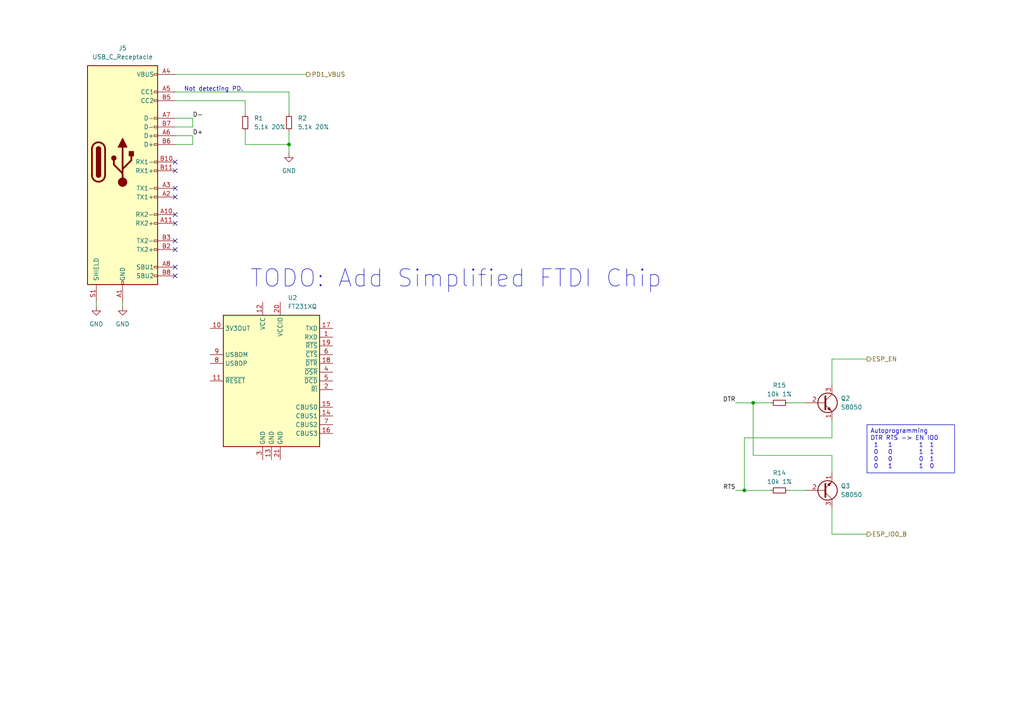
<source format=kicad_sch>
(kicad_sch (version 20230121) (generator eeschema)
  (paper "A4")
  (title_block (title "USB C / USB PD Programming") (date "2024-02-11") (rev "1.0") (company "Rose-Hulman Institute of Technology") (comment 1 "Author: Jake Armstrong"))
  (lib_symbols
    (symbol "Connector:USB_C_Receptacle" (pin_names (offset 1.016))
      (property "Reference" "J" (at -10.16 29.21 0))
      (property "Value" "USB_C_Receptacle" (at 10.16 29.21 0))
      (symbol "USB_C_Receptacle_0_0"
        (rectangle (start -0.254 -35.56) (end 0.254 -34.544))
        (rectangle (start 10.16 -32.766) (end 9.144 -33.274))
        (rectangle (start 10.16 -30.226) (end 9.144 -30.734))
        (rectangle (start 10.16 -25.146) (end 9.144 -25.654))
        (rectangle (start 10.16 -22.606) (end 9.144 -23.114))
        (rectangle (start 10.16 -17.526) (end 9.144 -18.034))
        (rectangle (start 10.16 -14.986) (end 9.144 -15.494))
        (rectangle (start 10.16 -9.906) (end 9.144 -10.414))
        (rectangle (start 10.16 -7.366) (end 9.144 -7.874))
        (rectangle (start 10.16 -2.286) (end 9.144 -2.794))
        (rectangle (start 10.16 0.254) (end 9.144 -0.254))
        (rectangle (start 10.16 5.334) (end 9.144 4.826))
        (rectangle (start 10.16 7.874) (end 9.144 7.366))
        (rectangle (start 10.16 10.414) (end 9.144 9.906))
        (rectangle (start 10.16 12.954) (end 9.144 12.446))
        (rectangle (start 10.16 18.034) (end 9.144 17.526))
        (rectangle (start 10.16 20.574) (end 9.144 20.066))
        (rectangle (start 10.16 25.654) (end 9.144 25.146))
      )
      (symbol "USB_C_Receptacle_0_1"
        (rectangle (start -10.16 27.94) (end 10.16 -35.56) (stroke (width 0.254)) (fill (type background)))
        (arc (start -8.89 -3.81) (mid -6.985 -5.7067) (end -5.08 -3.81) (stroke (width 0.508)))
        (arc (start -7.62 -3.81) (mid -6.985 -4.4423) (end -6.35 -3.81) (stroke (width 0.254)))
        (arc (start -7.62 -3.81) (mid -6.985 -4.4423) (end -6.35 -3.81) (stroke (width 0.254)) (fill (type outline)))
        (rectangle (start -7.62 -3.81) (end -6.35 3.81) (stroke (width 0.254)) (fill (type outline)))
        (arc (start -6.35 3.81) (mid -6.985 4.4423) (end -7.62 3.81) (stroke (width 0.254)))
        (arc (start -6.35 3.81) (mid -6.985 4.4423) (end -7.62 3.81) (stroke (width 0.254)) (fill (type outline)))
        (arc (start -5.08 3.81) (mid -6.985 5.7067) (end -8.89 3.81) (stroke (width 0.508)))
        (polyline (pts (xy -8.89 -3.81) (xy -8.89 3.81)) (stroke (width 0.508)))
        (polyline (pts (xy -5.08 3.81) (xy -5.08 -3.81)) (stroke (width 0.508)))
      )
      (symbol "USB_C_Receptacle_1_1"
        (circle (center -2.54 1.143) (radius 0.635) (stroke (width 0.254)) (fill (type outline)))
        (circle (center 0 -5.842) (radius 1.27) (fill (type outline)))
        (polyline (pts (xy 0 -5.842) (xy 0 4.318)) (stroke (width 0.508)))
        (polyline (pts (xy 0 -3.302) (xy -2.54 -0.762) (xy -2.54 0.508)) (stroke (width 0.508)))
        (polyline (pts (xy 0 -2.032) (xy 2.54 0.508) (xy 2.54 1.778)) (stroke (width 0.508)))
        (polyline (pts (xy -1.27 4.318) (xy 0 6.858) (xy 1.27 4.318) (xy -1.27 4.318)) (stroke (width 0.254)) (fill (type outline)))
        (rectangle (start 1.905 1.778) (end 3.175 3.048) (stroke (width 0.254)) (fill (type outline)))
        (pin passive line (at 0 -40.64 90) (length 5.08) (name "GND") (number "A1"))
        (pin bidirectional line (at 15.24 -15.24 180) (length 5.08) (name "RX2-") (number "A10"))
        (pin bidirectional line (at 15.24 -17.78 180) (length 5.08) (name "RX2+") (number "A11"))
        (pin passive line (at 0 -40.64 90) (length 5.08) hide (name "GND") (number "A12"))
        (pin bidirectional line (at 15.24 -10.16 180) (length 5.08) (name "TX1+") (number "A2"))
        (pin bidirectional line (at 15.24 -7.62 180) (length 5.08) (name "TX1-") (number "A3"))
        (pin passive line (at 15.24 25.4 180) (length 5.08) (name "VBUS") (number "A4"))
        (pin bidirectional line (at 15.24 20.32 180) (length 5.08) (name "CC1") (number "A5"))
        (pin bidirectional line (at 15.24 7.62 180) (length 5.08) (name "D+") (number "A6"))
        (pin bidirectional line (at 15.24 12.7 180) (length 5.08) (name "D-") (number "A7"))
        (pin bidirectional line (at 15.24 -30.48 180) (length 5.08) (name "SBU1") (number "A8"))
        (pin passive line (at 15.24 25.4 180) (length 5.08) hide (name "VBUS") (number "A9"))
        (pin passive line (at 0 -40.64 90) (length 5.08) hide (name "GND") (number "B1"))
        (pin bidirectional line (at 15.24 0 180) (length 5.08) (name "RX1-") (number "B10"))
        (pin bidirectional line (at 15.24 -2.54 180) (length 5.08) (name "RX1+") (number "B11"))
        (pin passive line (at 0 -40.64 90) (length 5.08) hide (name "GND") (number "B12"))
        (pin bidirectional line (at 15.24 -25.4 180) (length 5.08) (name "TX2+") (number "B2"))
        (pin bidirectional line (at 15.24 -22.86 180) (length 5.08) (name "TX2-") (number "B3"))
        (pin passive line (at 15.24 25.4 180) (length 5.08) hide (name "VBUS") (number "B4"))
        (pin bidirectional line (at 15.24 17.78 180) (length 5.08) (name "CC2") (number "B5"))
        (pin bidirectional line (at 15.24 5.08 180) (length 5.08) (name "D+") (number "B6"))
        (pin bidirectional line (at 15.24 10.16 180) (length 5.08) (name "D-") (number "B7"))
        (pin bidirectional line (at 15.24 -33.02 180) (length 5.08) (name "SBU2") (number "B8"))
        (pin passive line (at 15.24 25.4 180) (length 5.08) hide (name "VBUS") (number "B9"))
        (pin passive line (at -7.62 -40.64 90) (length 5.08) (name "SHIELD") (number "S1"))
      )
    )
    (symbol "Device:R_Small" (pin_numbers hide) (pin_names (offset 0.254) hide)
      (property "Reference" "R" (at 0.762 0.508 0))
      (property "Value" "R_Small" (at 0.762 -1.016 0))
      (symbol "R_Small_0_1"
        (rectangle (start -0.762 1.778) (end 0.762 -1.778) (stroke (width 0.2032)))
      )
      (symbol "R_Small_1_1"
        (pin passive line (at 0 2.54 270) (length 0.762) (name "~") (number "1"))
        (pin passive line (at 0 -2.54 90) (length 0.762) (name "~") (number "2"))
      )
    )
    (symbol "Interface_USB:FT231XQ"
      (property "Reference" "U" (at -13.97 20.32 0))
      (property "Value" "FT231XQ" (at 6.35 20.32 0))
      (symbol "FT231XQ_0_1"
        (rectangle (start -13.97 19.05) (end 13.97 -19.05) (stroke (width 0.254)) (fill (type background)))
      )
      (symbol "FT231XQ_1_1"
        (pin input line (at 17.78 12.7 180) (length 3.81) (name "RXD") (number "1"))
        (pin power_out line (at -17.78 15.24 0) (length 3.81) (name "3V3OUT") (number "10"))
        (pin input line (at -17.78 0 0) (length 3.81) (name "~{RESET}") (number "11"))
        (pin power_in line (at -2.54 22.86 270) (length 3.81) (name "VCC") (number "12"))
        (pin power_in line (at 0 -22.86 90) (length 3.81) (name "GND") (number "13"))
        (pin bidirectional line (at 17.78 -10.16 180) (length 3.81) (name "CBUS1") (number "14"))
        (pin bidirectional line (at 17.78 -7.62 180) (length 3.81) (name "CBUS0") (number "15"))
        (pin bidirectional line (at 17.78 -15.24 180) (length 3.81) (name "CBUS3") (number "16"))
        (pin output line (at 17.78 15.24 180) (length 3.81) (name "TXD") (number "17"))
        (pin output line (at 17.78 5.08 180) (length 3.81) (name "~{DTR}") (number "18"))
        (pin output line (at 17.78 10.16 180) (length 3.81) (name "~{RTS}") (number "19"))
        (pin input line (at 17.78 -2.54 180) (length 3.81) (name "~{RI}") (number "2"))
        (pin power_in line (at 2.54 22.86 270) (length 3.81) (name "VCCIO") (number "20"))
        (pin power_in line (at 2.54 -22.86 90) (length 3.81) (name "GND") (number "21"))
        (pin power_in line (at -2.54 -22.86 90) (length 3.81) (name "GND") (number "3"))
        (pin input line (at 17.78 2.54 180) (length 3.81) (name "~{DSR}") (number "4"))
        (pin input line (at 17.78 0 180) (length 3.81) (name "~{DCD}") (number "5"))
        (pin input line (at 17.78 7.62 180) (length 3.81) (name "~{CTS}") (number "6"))
        (pin bidirectional line (at 17.78 -12.7 180) (length 3.81) (name "CBUS2") (number "7"))
        (pin bidirectional line (at -17.78 5.08 0) (length 3.81) (name "USBDP") (number "8"))
        (pin bidirectional line (at -17.78 7.62 0) (length 3.81) (name "USBDM") (number "9"))
      )
    )
    (symbol "Transistor_BJT:S8050" (pin_names (offset 0) hide)
      (property "Reference" "Q" (at 5.08 1.905 0))
      (property "Value" "S8050" (at 5.08 0 0))
      (symbol "S8050_0_1"
        (polyline (pts (xy 0 0) (xy 0.635 0)))
        (polyline (pts (xy 0.635 0.635) (xy 2.54 2.54)))
        (polyline (pts (xy 0.635 -0.635) (xy 2.54 -2.54) (xy 2.54 -2.54)))
        (polyline (pts (xy 0.635 1.905) (xy 0.635 -1.905) (xy 0.635 -1.905)) (stroke (width 0.508)))
        (polyline (pts (xy 1.27 -1.778) (xy 1.778 -1.27) (xy 2.286 -2.286) (xy 1.27 -1.778) (xy 1.27 -1.778)) (fill (type outline)))
        (circle (center 1.27 0) (radius 2.8194) (stroke (width 0.254)))
      )
      (symbol "S8050_1_1"
        (pin passive line (at 2.54 -5.08 90) (length 2.54) (name "E") (number "1"))
        (pin input line (at -5.08 0 0) (length 5.08) (name "B") (number "2"))
        (pin passive line (at 2.54 5.08 270) (length 2.54) (name "C") (number "3"))
      )
    )
    (symbol "power:GND" (power) (pin_names (offset 0))
      (property "Value" "GND" (at 0 -3.81 0))
      (symbol "GND_0_1"
        (polyline (pts (xy 0 0) (xy 0 -1.27) (xy 1.27 -1.27) (xy 0 -2.54) (xy -1.27 -1.27) (xy 0 -1.27)))
      )
      (symbol "GND_1_1"
        (pin power_in line (at 0 0 270) (length 0) hide (name "GND") (number "1"))
      )
    )
  )
  (junction (at 83.82 41.91))
  (junction (at 215.9 142.24))
  (junction (at 218.44 116.84))
  (no_connect (at 50.8 72.39))
  (no_connect (at 50.8 64.77))
  (no_connect (at 50.8 49.53))
  (no_connect (at 50.8 69.85))
  (no_connect (at 50.8 57.15))
  (no_connect (at 50.8 46.99))
  (no_connect (at 50.8 62.23))
  (no_connect (at 50.8 54.61))
  (no_connect (at 50.8 77.47))
  (no_connect (at 50.8 80.01))
  (wire (pts (xy 35.56 87.63) (xy 35.56 88.9)))
  (wire (pts (xy 71.12 38.1) (xy 71.12 41.91)))
  (wire (pts (xy 251.46 154.94) (xy 241.3 154.94)))
  (wire (pts (xy 83.82 38.1) (xy 83.82 41.91)))
  (wire (pts (xy 83.82 41.91) (xy 83.82 44.45)))
  (wire (pts (xy 55.88 34.29) (xy 50.8 34.29)))
  (wire (pts (xy 215.9 127) (xy 241.3 127)))
  (wire (pts (xy 71.12 33.02) (xy 71.12 29.21)))
  (wire (pts (xy 71.12 41.91) (xy 83.82 41.91)))
  (wire (pts (xy 50.8 36.83) (xy 55.88 36.83)))
  (wire (pts (xy 50.8 21.59) (xy 88.9 21.59)))
  (wire (pts (xy 50.8 29.21) (xy 71.12 29.21)))
  (wire (pts (xy 55.88 34.29) (xy 55.88 36.83)))
  (wire (pts (xy 228.6 142.24) (xy 233.68 142.24)))
  (wire (pts (xy 50.8 41.91) (xy 55.88 41.91)))
  (wire (pts (xy 241.3 132.08) (xy 218.44 132.08)))
  (wire (pts (xy 241.3 111.76) (xy 241.3 104.14)))
  (wire (pts (xy 213.36 116.84) (xy 218.44 116.84)))
  (wire (pts (xy 218.44 132.08) (xy 218.44 116.84)))
  (wire (pts (xy 241.3 104.14) (xy 251.46 104.14)))
  (wire (pts (xy 83.82 26.67) (xy 83.82 33.02)))
  (wire (pts (xy 55.88 39.37) (xy 50.8 39.37)))
  (wire (pts (xy 55.88 39.37) (xy 55.88 41.91)))
  (wire (pts (xy 241.3 137.16) (xy 241.3 132.08)))
  (wire (pts (xy 50.8 26.67) (xy 83.82 26.67)))
  (wire (pts (xy 228.6 116.84) (xy 233.68 116.84)))
  (wire (pts (xy 213.36 142.24) (xy 215.9 142.24)))
  (wire (pts (xy 215.9 127) (xy 215.9 142.24)))
  (wire (pts (xy 241.3 154.94) (xy 241.3 147.32)))
  (wire (pts (xy 27.94 88.9) (xy 27.94 87.63)))
  (wire (pts (xy 241.3 121.92) (xy 241.3 127)))
  (wire (pts (xy 215.9 142.24) (xy 223.52 142.24)))
  (wire (pts (xy 218.44 116.84) (xy 223.52 116.84)))
  (text_box "Autoprogramming\nDTR RTS -> EN IO0\n 1   1        1  1\n 0   0        1  1\n 0   0        0  1\n 0   1        1  0" (at 251.46 123.19 0) (size 25.4 13.97) (effects (font (size 1.27 1.27)) (justify left top)))
  (text "TODO: Add Simplified FTDI Chip\n" (at 72.39 83.82 0) (effects (font (size 5 5)) (justify left bottom)))
  (text "Not detecting PD.\n" (at 53.34 26.67 0) (effects (font (size 1.27 1.27)) (justify left bottom)))
  (label "D+" (at 55.88 39.37 0))
  (label "RTS" (at 213.36 142.24 180))
  (label "D-" (at 55.88 34.29 0))
  (label "DTR" (at 213.36 116.84 180))
  (hierarchical_label "ESP_IO0_B" (shape output) (at 251.46 154.94 0))
  (hierarchical_label "PD1_VBUS" (shape output) (at 88.9 21.59 0))
  (hierarchical_label "ESP_EN" (shape output) (at 251.46 104.14 0))
  (symbol (lib_id "Transistor_BJT:S8050") (at 238.76 142.24 0) (mirror x) (unit 1)
    (property "Reference" "Q3" (at 243.84 140.97 0) (effects (justify left)))
    (property "Value" "S8050" (at 243.84 143.51 0) (effects (justify left)))
    (property "Footprint" "Package_TO_SOT_THT:TO-92_Inline" (effects hide))
    (property "Datasheet" "http://www.unisonic.com.tw/datasheet/S8050.pdf" (effects hide))
    (property "digikey_pn" "4878-BC547BBK-ND " (effects hide))
  )
  (symbol (lib_id "power:GND") (at 83.82 44.45 0) (unit 1)
    (property "Reference" "#PWR06" (effects hide))
    (property "Value" "GND" (at 83.82 49.53 0))
  )
  (symbol (lib_id "Transistor_BJT:S8050") (at 238.76 116.84 0) (unit 1)
    (property "Reference" "Q2" (at 243.84 115.57 0) (effects (justify left)))
    (property "Value" "S8050" (at 243.84 118.11 0) (effects (justify left)))
    (property "Footprint" "Package_TO_SOT_THT:TO-92_Inline" (effects hide))
    (property "Datasheet" "http://www.unisonic.com.tw/datasheet/S8050.pdf" (effects hide))
    (property "digikey_pn" "4878-BC547BBK-ND " (effects hide))
  )
  (symbol (lib_id "power:GND") (at 35.56 88.9 0) (unit 1)
    (property "Reference" "#PWR042" (effects hide))
    (property "Value" "GND" (at 35.56 93.98 0))
  )
  (symbol (lib_id "Device:R_Small") (at 83.82 35.56 0) (unit 1)
    (property "Reference" "R2" (at 86.36 34.29 0) (effects (justify left)))
    (property "Value" "5.1k 20%" (at 86.36 36.83 0) (effects (justify left)))
  )
  (symbol (lib_id "power:GND") (at 27.94 88.9 0) (unit 1)
    (property "Reference" "#PWR07" (effects hide))
    (property "Value" "GND" (at 27.94 93.98 0))
  )
  (symbol (lib_id "Device:R_Small") (at 226.06 116.84 90) (unit 1)
    (property "Reference" "R15" (at 226.06 111.76 90))
    (property "Value" "10k 1%" (at 226.06 114.3 90))
    (property "Footprint" "Resistor_SMD:R_0603_1608Metric" (effects hide))
    (property "Cost" "0" (effects hide))
    (property "Sim.Enable" "0" (effects hide))
    (property "digikey_pn" "RMCF0603FT10K0CT-ND" (effects hide))
  )
  (symbol (lib_id "Device:R_Small") (at 226.06 142.24 90) (unit 1)
    (property "Reference" "R14" (at 226.06 137.16 90))
    (property "Value" "10k 1%" (at 226.06 139.7 90))
    (property "Footprint" "Resistor_SMD:R_0603_1608Metric" (effects hide))
    (property "Cost" "0" (effects hide))
    (property "Sim.Enable" "0" (effects hide))
    (property "digikey_pn" "RMCF0603FT10K0CT-ND" (effects hide))
  )
  (symbol (lib_id "Device:R_Small") (at 71.12 35.56 0) (unit 1)
    (property "Reference" "R1" (at 73.66 34.29 0) (effects (justify left)))
    (property "Value" "5.1k 20%" (at 73.66 36.83 0) (effects (justify left)))
  )
  (symbol (lib_id "Connector:USB_C_Receptacle") (at 35.56 46.99 0) (unit 1)
    (property "Reference" "J5" (at 35.56 13.97 0))
    (property "Value" "USB_C_Receptacle" (at 35.56 16.51 0))
    (property "Footprint" "Connector_USB:USB_C_Receptacle_Molex_105450-0101" (effects hide))
    (property "Datasheet" "https://www.usb.org/sites/default/files/documents/usb_type-c.zip" (effects hide))
    (property "Cost" "0" (effects hide))
    (property "Sim.Enable" "0" (effects hide))
    (property "digikey_pn" "WM12856CT-ND" (effects hide))
  )
  (symbol (lib_id "Interface_USB:FT231XQ") (at 78.74 110.49 0) (unit 1)
    (property "Reference" "U2" (at 83.4741 86.36 0) (effects (justify left)))
    (property "Value" "FT231XQ" (at 83.4741 88.9 0) (effects (justify left)))
    (property "Footprint" "Package_DFN_QFN:QFN-20-1EP_4x4mm_P0.5mm_EP2.5x2.5mm" (effects hide))
    (property "Datasheet" "https://www.ftdichip.com/Support/Documents/DataSheets/ICs/DS_FT231X.pdf" (effects hide))
    (property "digikey_pn" "768-1155-ND" (effects hide))
  )
)
</source>
